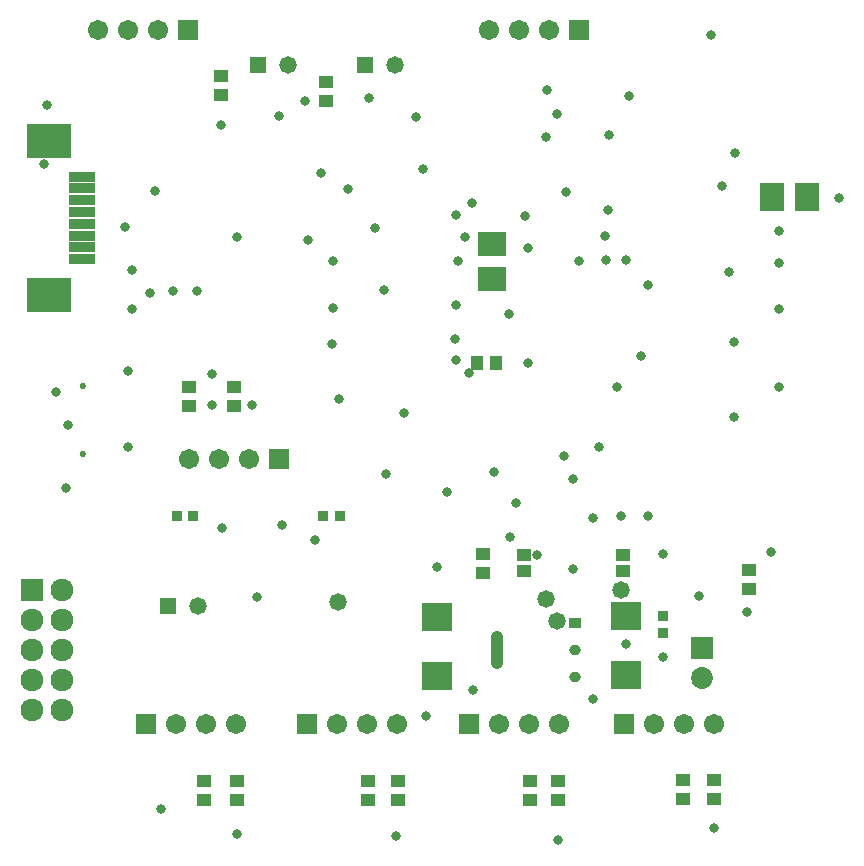
<source format=gbs>
G04*
G04 #@! TF.GenerationSoftware,Altium Limited,Altium Designer,22.9.1 (49)*
G04*
G04 Layer_Color=16711935*
%FSLAX24Y24*%
%MOIN*%
G70*
G04*
G04 #@! TF.SameCoordinates,54DEFAFE-76A2-4419-BEBC-3D5CD7468304*
G04*
G04*
G04 #@! TF.FilePolarity,Negative*
G04*
G01*
G75*
%ADD33R,0.0470X0.0387*%
%ADD40R,0.0454X0.0434*%
%ADD41R,0.0434X0.0454*%
%ADD42C,0.0759*%
%ADD43R,0.0759X0.0759*%
%ADD44C,0.0208*%
%ADD45R,0.0671X0.0671*%
%ADD46C,0.0671*%
%ADD47C,0.0730*%
%ADD48R,0.0730X0.0730*%
%ADD49C,0.0582*%
%ADD50R,0.0582X0.0582*%
%ADD51C,0.0330*%
%ADD52C,0.0580*%
%ADD79R,0.0395X0.0343*%
G04:AMPARAMS|DCode=80|XSize=39.5mil|YSize=34.3mil|CornerRadius=17.2mil|HoleSize=0mil|Usage=FLASHONLY|Rotation=180.000|XOffset=0mil|YOffset=0mil|HoleType=Round|Shape=RoundedRectangle|*
%AMROUNDEDRECTD80*
21,1,0.0395,0.0000,0,0,180.0*
21,1,0.0052,0.0343,0,0,180.0*
1,1,0.0343,-0.0026,0.0000*
1,1,0.0343,0.0026,0.0000*
1,1,0.0343,0.0026,0.0000*
1,1,0.0343,-0.0026,0.0000*
%
%ADD80ROUNDEDRECTD80*%
G04:AMPARAMS|DCode=81|XSize=39.5mil|YSize=125.3mil|CornerRadius=17.2mil|HoleSize=0mil|Usage=FLASHONLY|Rotation=180.000|XOffset=0mil|YOffset=0mil|HoleType=Round|Shape=RoundedRectangle|*
%AMROUNDEDRECTD81*
21,1,0.0395,0.0909,0,0,180.0*
21,1,0.0051,0.1253,0,0,180.0*
1,1,0.0344,-0.0026,0.0454*
1,1,0.0344,0.0026,0.0454*
1,1,0.0344,0.0026,-0.0454*
1,1,0.0344,-0.0026,-0.0454*
%
%ADD81ROUNDEDRECTD81*%
%ADD89R,0.1497X0.1135*%
%ADD90R,0.0867X0.0320*%
%ADD91R,0.0356X0.0356*%
%ADD92R,0.0789X0.0958*%
%ADD93R,0.0958X0.0789*%
%ADD94R,0.0356X0.0356*%
%ADD95R,0.0986X0.0946*%
D33*
X18750Y10824D02*
D03*
Y11376D02*
D03*
X22050Y10824D02*
D03*
Y11376D02*
D03*
D40*
X8100Y3815D02*
D03*
Y3185D02*
D03*
X9200Y3815D02*
D03*
Y3185D02*
D03*
X18950D02*
D03*
Y3815D02*
D03*
X19900Y3185D02*
D03*
Y3815D02*
D03*
X13550Y3185D02*
D03*
Y3815D02*
D03*
X14550Y3185D02*
D03*
Y3815D02*
D03*
X17400Y11400D02*
D03*
Y10770D02*
D03*
X9100Y16335D02*
D03*
Y16965D02*
D03*
X7600Y16335D02*
D03*
Y16965D02*
D03*
X24050Y3235D02*
D03*
Y3865D02*
D03*
X25100Y3235D02*
D03*
Y3865D02*
D03*
X26250Y10220D02*
D03*
Y10850D02*
D03*
X12150Y26485D02*
D03*
Y27115D02*
D03*
X8657Y26690D02*
D03*
Y27320D02*
D03*
D41*
X17815Y17750D02*
D03*
X17185D02*
D03*
D42*
X3350Y6200D02*
D03*
X2350D02*
D03*
X3350Y7200D02*
D03*
X2350D02*
D03*
X3350Y8200D02*
D03*
X2350D02*
D03*
X3350Y9200D02*
D03*
X2350D02*
D03*
X3350Y10200D02*
D03*
D43*
X2350D02*
D03*
D44*
X4050Y17000D02*
D03*
Y14724D02*
D03*
D45*
X7550Y28850D02*
D03*
X6150Y5733D02*
D03*
X20600Y28850D02*
D03*
X16920Y5733D02*
D03*
X11520D02*
D03*
X10600Y14550D02*
D03*
X22070Y5733D02*
D03*
D46*
X6550Y28850D02*
D03*
X5550D02*
D03*
X4550D02*
D03*
X7150Y5733D02*
D03*
X8150D02*
D03*
X9150D02*
D03*
X17600Y28850D02*
D03*
X18600D02*
D03*
X19600D02*
D03*
X19920Y5733D02*
D03*
X18920D02*
D03*
X17920D02*
D03*
X14520D02*
D03*
X13520D02*
D03*
X12520D02*
D03*
X7600Y14550D02*
D03*
X8600D02*
D03*
X9600D02*
D03*
X25070Y5733D02*
D03*
X24070D02*
D03*
X23070D02*
D03*
D47*
X24700Y7250D02*
D03*
D48*
Y8250D02*
D03*
D49*
X7900Y9650D02*
D03*
X14450Y27700D02*
D03*
X10900D02*
D03*
D50*
X6900Y9650D02*
D03*
X13450Y27700D02*
D03*
X9900D02*
D03*
D51*
X15500Y6000D02*
D03*
X7850Y20150D02*
D03*
X20400Y10900D02*
D03*
X16800Y21950D02*
D03*
X25000Y28700D02*
D03*
X15850Y10950D02*
D03*
X27000Y11450D02*
D03*
X5550Y17500D02*
D03*
Y14950D02*
D03*
X18500Y13100D02*
D03*
X20100Y14650D02*
D03*
X20150Y23450D02*
D03*
X16500Y22700D02*
D03*
X17025Y23100D02*
D03*
X18900Y21600D02*
D03*
X14100Y20200D02*
D03*
X22650Y18000D02*
D03*
X22900Y20350D02*
D03*
X21850Y16950D02*
D03*
X10700Y12350D02*
D03*
X22150Y8400D02*
D03*
X8350Y17400D02*
D03*
X5450Y22300D02*
D03*
X11550Y21850D02*
D03*
X12000Y24100D02*
D03*
X9200Y21950D02*
D03*
X19200Y11350D02*
D03*
X11450Y26500D02*
D03*
X13600Y26600D02*
D03*
X8650Y25700D02*
D03*
X6650Y2900D02*
D03*
X9200Y2050D02*
D03*
X14500Y2000D02*
D03*
X19900Y1850D02*
D03*
X25100Y2250D02*
D03*
X16500Y19700D02*
D03*
X14750Y16100D02*
D03*
X17755Y14130D02*
D03*
X16200Y13450D02*
D03*
X21250Y14950D02*
D03*
X24600Y10000D02*
D03*
X25750Y18450D02*
D03*
Y15950D02*
D03*
X25600Y20800D02*
D03*
X25800Y24750D02*
D03*
X18800Y22650D02*
D03*
X15400Y24223D02*
D03*
X16550Y21150D02*
D03*
X16924Y17426D02*
D03*
X21550Y22850D02*
D03*
X20573Y21173D02*
D03*
X21450Y22000D02*
D03*
X21500Y21200D02*
D03*
X11800Y11850D02*
D03*
X9850Y9950D02*
D03*
X2750Y24403D02*
D03*
X2850Y26358D02*
D03*
X6450Y23500D02*
D03*
X5700Y20850D02*
D03*
X3500Y13600D02*
D03*
X3550Y15700D02*
D03*
X8700Y12250D02*
D03*
X3150Y16800D02*
D03*
X27250Y19550D02*
D03*
Y16950D02*
D03*
Y21100D02*
D03*
Y22150D02*
D03*
X29250Y23250D02*
D03*
X22250Y26650D02*
D03*
X19850Y26050D02*
D03*
X19511Y26873D02*
D03*
X15150Y25950D02*
D03*
X12400Y21150D02*
D03*
Y19600D02*
D03*
X12600Y16550D02*
D03*
X22900Y12650D02*
D03*
X23400Y11400D02*
D03*
X22000Y12650D02*
D03*
X21050Y12600D02*
D03*
X20400Y13900D02*
D03*
X23400Y7950D02*
D03*
X21050Y6550D02*
D03*
X17050Y6850D02*
D03*
X16500Y17850D02*
D03*
X18900Y17750D02*
D03*
X18250Y19400D02*
D03*
X19500Y25300D02*
D03*
X21600Y25350D02*
D03*
X26200Y9450D02*
D03*
X22150Y21200D02*
D03*
X7050Y20150D02*
D03*
X6300Y20100D02*
D03*
X5700Y19550D02*
D03*
X25350Y23650D02*
D03*
X8350Y16350D02*
D03*
X9700D02*
D03*
X12900Y23550D02*
D03*
X12350Y18400D02*
D03*
X18300Y11950D02*
D03*
X14150Y14050D02*
D03*
X16450Y18550D02*
D03*
X13800Y22250D02*
D03*
X10600Y26000D02*
D03*
D52*
X19500Y9900D02*
D03*
X19850Y9150D02*
D03*
X22000Y10200D02*
D03*
X12550Y9800D02*
D03*
D79*
X20444Y9102D02*
D03*
D80*
Y8200D02*
D03*
Y7298D02*
D03*
D81*
X17850Y8200D02*
D03*
D89*
X2907Y25155D02*
D03*
Y20045D02*
D03*
D90*
X4010Y23978D02*
D03*
Y23584D02*
D03*
Y23191D02*
D03*
Y22797D02*
D03*
Y22403D02*
D03*
Y22009D02*
D03*
Y21616D02*
D03*
Y21222D02*
D03*
D91*
X12601Y12650D02*
D03*
X12050D02*
D03*
X7174D02*
D03*
X7726D02*
D03*
D92*
X27025Y23300D02*
D03*
X28175D02*
D03*
D93*
X17700Y21725D02*
D03*
Y20575D02*
D03*
D94*
X23400Y9326D02*
D03*
Y8774D02*
D03*
D95*
X22150Y9334D02*
D03*
Y7366D02*
D03*
X15850Y9284D02*
D03*
Y7316D02*
D03*
M02*

</source>
